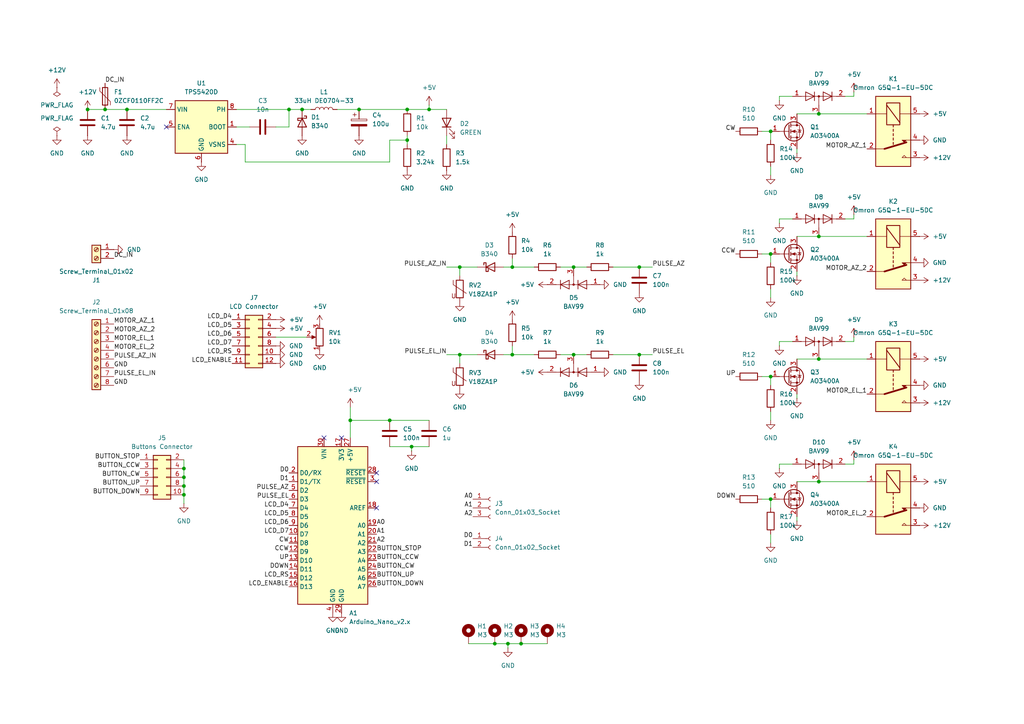
<source format=kicad_sch>
(kicad_sch (version 20231120) (generator "eeschema") (generator_version "8.0")
  (paper "A4")
  (title_block (title "AZ/EL Antenna Rotator") (date "2024-05-25") (rev "1") (company "SP6OM"))
  (junction (at 237.49 139.7))
  (junction (at 237.49 68.58))
  (junction (at 118.11 31.75))
  (junction (at 237.49 104.14))
  (junction (at 30.48 31.75))
  (junction (at 223.52 38.1))
  (junction (at 151.13 186.69))
  (junction (at 223.52 109.22))
  (junction (at 237.49 33.02))
  (junction (at 53.34 143.51))
  (junction (at 83.82 31.75))
  (junction (at 223.52 73.66))
  (junction (at 223.52 144.78))
  (junction (at 148.59 102.87))
  (junction (at 113.03 121.92))
  (junction (at 87.63 31.75))
  (junction (at 185.42 77.47))
  (junction (at 166.37 102.87))
  (junction (at 143.51 186.69))
  (junction (at 118.11 40.64))
  (junction (at 148.59 77.47))
  (junction (at 147.32 186.69))
  (junction (at 36.83 31.75))
  (junction (at 133.35 77.47))
  (junction (at 133.35 102.87))
  (junction (at 124.46 31.75))
  (junction (at 101.6 121.92))
  (junction (at 53.34 140.97))
  (junction (at 166.37 77.47))
  (junction (at 104.14 31.75))
  (junction (at 185.42 102.87))
  (junction (at 53.34 135.89))
  (junction (at 53.34 138.43))
  (junction (at 119.38 129.54))
  (junction (at 25.4 31.75))
  (no_connect (at 93.98 127))
  (no_connect (at 109.22 147.32))
  (no_connect (at 48.26 36.83))
  (no_connect (at 99.06 127))
  (no_connect (at 109.22 139.7))
  (no_connect (at 109.22 137.16))
  (wire (pts (xy 223.52 48.26) (xy 223.52 50.8)))
  (wire (pts (xy 97.79 31.75) (xy 104.14 31.75)))
  (wire (pts (xy 247.65 63.5) (xy 245.11 63.5)))
  (wire (pts (xy 147.32 186.69) (xy 147.32 187.96)))
  (wire (pts (xy 226.06 134.62) (xy 226.06 135.89)))
  (wire (pts (xy 30.48 31.75) (xy 36.83 31.75)))
  (wire (pts (xy 237.49 68.58) (xy 251.46 68.58)))
  (wire (pts (xy 247.65 62.23) (xy 247.65 63.5)))
  (wire (pts (xy 101.6 118.11) (xy 101.6 121.92)))
  (wire (pts (xy 133.35 102.87) (xy 133.35 105.41)))
  (wire (pts (xy 53.34 133.35) (xy 53.34 135.89)))
  (wire (pts (xy 80.01 36.83) (xy 83.82 36.83)))
  (wire (pts (xy 166.37 77.47) (xy 170.18 77.47)))
  (wire (pts (xy 247.65 97.79) (xy 247.65 99.06)))
  (wire (pts (xy 53.34 143.51) (xy 53.34 146.05)))
  (wire (pts (xy 143.51 186.69) (xy 147.32 186.69)))
  (wire (pts (xy 80.01 97.79) (xy 88.9 97.79)))
  (wire (pts (xy 247.65 133.35) (xy 247.65 134.62)))
  (wire (pts (xy 124.46 31.75) (xy 118.11 31.75)))
  (wire (pts (xy 101.6 121.92) (xy 101.6 127)))
  (wire (pts (xy 147.32 186.69) (xy 151.13 186.69)))
  (wire (pts (xy 113.03 46.99) (xy 113.03 40.64)))
  (wire (pts (xy 129.54 39.37) (xy 129.54 41.91)))
  (wire (pts (xy 151.13 186.69) (xy 158.75 186.69)))
  (wire (pts (xy 113.03 129.54) (xy 119.38 129.54)))
  (wire (pts (xy 148.59 102.87) (xy 154.94 102.87)))
  (wire (pts (xy 148.59 77.47) (xy 154.94 77.47)))
  (wire (pts (xy 223.52 144.78) (xy 223.52 147.32)))
  (wire (pts (xy 133.35 102.87) (xy 138.43 102.87)))
  (wire (pts (xy 231.14 33.02) (xy 237.49 33.02)))
  (wire (pts (xy 223.52 73.66) (xy 223.52 76.2)))
  (wire (pts (xy 148.59 77.47) (xy 146.05 77.47)))
  (wire (pts (xy 36.83 31.75) (xy 48.26 31.75)))
  (wire (pts (xy 247.65 99.06) (xy 245.11 99.06)))
  (wire (pts (xy 133.35 77.47) (xy 138.43 77.47)))
  (wire (pts (xy 119.38 129.54) (xy 124.46 129.54)))
  (wire (pts (xy 53.34 138.43) (xy 53.34 140.97)))
  (wire (pts (xy 247.65 26.67) (xy 247.65 27.94)))
  (wire (pts (xy 83.82 36.83) (xy 83.82 31.75)))
  (wire (pts (xy 83.82 31.75) (xy 87.63 31.75)))
  (wire (pts (xy 25.4 31.75) (xy 30.48 31.75)))
  (wire (pts (xy 231.14 104.14) (xy 237.49 104.14)))
  (wire (pts (xy 68.58 31.75) (xy 83.82 31.75)))
  (wire (pts (xy 113.03 46.99) (xy 71.12 46.99)))
  (wire (pts (xy 237.49 33.02) (xy 251.46 33.02)))
  (wire (pts (xy 162.56 102.87) (xy 166.37 102.87)))
  (wire (pts (xy 223.52 38.1) (xy 223.52 40.64)))
  (wire (pts (xy 237.49 139.7) (xy 251.46 139.7)))
  (wire (pts (xy 129.54 102.87) (xy 133.35 102.87)))
  (wire (pts (xy 223.52 119.38) (xy 223.52 121.92)))
  (wire (pts (xy 185.42 77.47) (xy 189.23 77.47)))
  (wire (pts (xy 148.59 100.33) (xy 148.59 102.87)))
  (wire (pts (xy 223.52 154.94) (xy 223.52 157.48)))
  (wire (pts (xy 101.6 121.92) (xy 113.03 121.92)))
  (wire (pts (xy 113.03 121.92) (xy 124.46 121.92)))
  (wire (pts (xy 71.12 41.91) (xy 71.12 46.99)))
  (wire (pts (xy 135.89 186.69) (xy 143.51 186.69)))
  (wire (pts (xy 247.65 27.94) (xy 245.11 27.94)))
  (wire (pts (xy 220.98 73.66) (xy 223.52 73.66)))
  (wire (pts (xy 119.38 129.54) (xy 119.38 130.81)))
  (wire (pts (xy 231.14 139.7) (xy 237.49 139.7)))
  (wire (pts (xy 124.46 31.75) (xy 129.54 31.75)))
  (wire (pts (xy 220.98 109.22) (xy 223.52 109.22)))
  (wire (pts (xy 133.35 77.47) (xy 133.35 80.01)))
  (wire (pts (xy 220.98 38.1) (xy 223.52 38.1)))
  (wire (pts (xy 229.87 27.94) (xy 226.06 27.94)))
  (wire (pts (xy 237.49 104.14) (xy 251.46 104.14)))
  (wire (pts (xy 68.58 36.83) (xy 72.39 36.83)))
  (wire (pts (xy 231.14 68.58) (xy 237.49 68.58)))
  (wire (pts (xy 231.14 149.86) (xy 231.14 151.13)))
  (wire (pts (xy 68.58 41.91) (xy 71.12 41.91)))
  (wire (pts (xy 185.42 102.87) (xy 189.23 102.87)))
  (wire (pts (xy 118.11 39.37) (xy 118.11 40.64)))
  (wire (pts (xy 231.14 114.3) (xy 231.14 115.57)))
  (wire (pts (xy 177.8 77.47) (xy 185.42 77.47)))
  (wire (pts (xy 162.56 77.47) (xy 166.37 77.47)))
  (wire (pts (xy 148.59 74.93) (xy 148.59 77.47)))
  (wire (pts (xy 177.8 102.87) (xy 185.42 102.87)))
  (wire (pts (xy 53.34 135.89) (xy 53.34 138.43)))
  (wire (pts (xy 124.46 30.48) (xy 124.46 31.75)))
  (wire (pts (xy 223.52 109.22) (xy 223.52 111.76)))
  (wire (pts (xy 53.34 140.97) (xy 53.34 143.51)))
  (wire (pts (xy 129.54 77.47) (xy 133.35 77.47)))
  (wire (pts (xy 148.59 102.87) (xy 146.05 102.87)))
  (wire (pts (xy 87.63 31.75) (xy 90.17 31.75)))
  (wire (pts (xy 223.52 83.82) (xy 223.52 86.36)))
  (wire (pts (xy 226.06 63.5) (xy 226.06 64.77)))
  (wire (pts (xy 226.06 27.94) (xy 226.06 29.21)))
  (wire (pts (xy 113.03 40.64) (xy 118.11 40.64)))
  (wire (pts (xy 229.87 99.06) (xy 226.06 99.06)))
  (wire (pts (xy 226.06 99.06) (xy 226.06 100.33)))
  (wire (pts (xy 231.14 43.18) (xy 231.14 44.45)))
  (wire (pts (xy 231.14 78.74) (xy 231.14 80.01)))
  (wire (pts (xy 229.87 63.5) (xy 226.06 63.5)))
  (wire (pts (xy 247.65 134.62) (xy 245.11 134.62)))
  (wire (pts (xy 220.98 144.78) (xy 223.52 144.78)))
  (wire (pts (xy 229.87 134.62) (xy 226.06 134.62)))
  (wire (pts (xy 118.11 40.64) (xy 118.11 41.91)))
  (wire (pts (xy 166.37 102.87) (xy 170.18 102.87)))
  (wire (pts (xy 104.14 31.75) (xy 118.11 31.75)))
  (label "LCD_D4" (at 83.82 147.32 180))
  (label "PULSE_EL" (at 189.23 102.87 0))
  (label "PULSE_AZ" (at 83.82 142.24 180))
  (label "UP" (at 213.36 109.22 180))
  (label "MOTOR_EL_1" (at 251.46 114.3 180))
  (label "LCD_D7" (at 83.82 154.94 180))
  (label "MOTOR_EL_2" (at 33.02 101.6 0))
  (label "LCD_RS" (at 83.82 167.64 180))
  (label "CW" (at 213.36 38.1 180))
  (label "PULSE_EL_IN" (at 129.54 102.87 180))
  (label "A1" (at 109.22 154.94 0))
  (label "DOWN" (at 83.82 165.1 180))
  (label "D0" (at 83.82 137.16 180))
  (label "GND" (at 33.02 106.68 0))
  (label "CCW" (at 213.36 73.66 180))
  (label "D1" (at 83.82 139.7 180))
  (label "BUTTON_CCW" (at 109.22 162.56 0))
  (label "BUTTON_CCW" (at 40.64 135.89 180))
  (label "PULSE_EL_IN" (at 33.02 109.22 0))
  (label "A0" (at 137.16 144.78 180))
  (label "BUTTON_UP" (at 109.22 167.64 0))
  (label "LCD_ENABLE" (at 83.82 170.18 180))
  (label "MOTOR_AZ_1" (at 33.02 93.98 0))
  (label "PULSE_AZ" (at 189.23 77.47 0))
  (label "MOTOR_EL_2" (at 251.46 149.86 180))
  (label "LCD_D6" (at 67.31 97.79 180))
  (label "CCW" (at 83.82 160.02 180))
  (label "MOTOR_AZ_2" (at 251.46 78.74 180))
  (label "LCD_D7" (at 67.31 100.33 180))
  (label "BUTTON_CW" (at 109.22 165.1 0))
  (label "LCD_D4" (at 67.31 92.71 180))
  (label "LCD_D6" (at 83.82 152.4 180))
  (label "D0" (at 137.16 156.21 180))
  (label "MOTOR_AZ_1" (at 251.46 43.18 180))
  (label "CW" (at 83.82 157.48 180))
  (label "A0" (at 109.22 152.4 0))
  (label "DC_IN" (at 33.02 74.93 0))
  (label "D1" (at 137.16 158.75 180))
  (label "LCD_RS" (at 67.31 102.87 180))
  (label "LCD_ENABLE" (at 67.31 105.41 180))
  (label "A2" (at 109.22 157.48 0))
  (label "LCD_D5" (at 67.31 95.25 180))
  (label "BUTTON_CW" (at 40.64 138.43 180))
  (label "BUTTON_STOP" (at 109.22 160.02 0))
  (label "DC_IN" (at 30.48 24.13 0))
  (label "GND" (at 33.02 111.76 0))
  (label "BUTTON_STOP" (at 40.64 133.35 180))
  (label "LCD_D5" (at 83.82 149.86 180))
  (label "MOTOR_EL_1" (at 33.02 99.06 0))
  (label "UP" (at 83.82 162.56 180))
  (label "MOTOR_AZ_2" (at 33.02 96.52 0))
  (label "PULSE_AZ_IN" (at 129.54 77.47 180))
  (label "PULSE_AZ_IN" (at 33.02 104.14 0))
  (label "A1" (at 137.16 147.32 180))
  (label "BUTTON_UP" (at 40.64 140.97 180))
  (label "A2" (at 137.16 149.86 180))
  (label "DOWN" (at 213.36 144.78 180))
  (label "PULSE_EL" (at 83.82 144.78 180))
  (label "BUTTON_DOWN" (at 40.64 143.51 180))
  (label "BUTTON_DOWN" (at 109.22 170.18 0))
  (symbol (lib_id "power:GND") (at 231.14 115.57 0) (unit 1)
    (property "Reference" "#PWR051" (effects (hide yes)))
    (property "Value" "GND" (at 231.14 120.65 0))
    (property "Description" "Power symbol creates a global label with name \"GND\" , ground" (effects (hide yes)))
  )
  (symbol (lib_id "Device:C") (at 185.42 106.68 0) (unit 1)
    (property "Reference" "C8" (at 189.23 105.4099 0) (effects (justify left)))
    (property "Value" "100n" (at 189.23 107.9499 0) (effects (justify left)))
    (property "Footprint" "Capacitor_SMD:C_0805_2012Metric_Pad1.18x1.45mm_HandSolder" (effects (hide yes)))
    (property "Description" "Unpolarized capacitor" (effects (hide yes)))
  )
  (symbol (lib_id "power:GND") (at 25.4 39.37 0) (unit 1)
    (property "Reference" "#PWR04" (effects (hide yes)))
    (property "Value" "GND" (at 25.4 44.45 0))
    (property "Description" "Power symbol creates a global label with name \"GND\" , ground" (effects (hide yes)))
  )
  (symbol (lib_id "power:GND") (at 226.06 29.21 0) (unit 1)
    (property "Reference" "#PWR045" (effects (hide yes)))
    (property "Value" "GND" (at 226.06 34.29 0))
    (property "Description" "Power symbol creates a global label with name \"GND\" , ground" (effects (hide yes)))
  )
  (symbol (lib_id "Device:C") (at 185.42 81.28 0) (unit 1)
    (property "Reference" "C7" (at 189.23 80.0099 0) (effects (justify left)))
    (property "Value" "100n" (at 189.23 82.5499 0) (effects (justify left)))
    (property "Footprint" "Capacitor_SMD:C_0805_2012Metric_Pad1.18x1.45mm_HandSolder" (effects (hide yes)))
    (property "Description" "Unpolarized capacitor" (effects (hide yes)))
  )
  (symbol (lib_id "Diode:BAV99") (at 237.49 63.5 0) (unit 1)
    (property "Reference" "D8" (at 237.49 57.15 0))
    (property "Value" "BAV99" (at 237.49 59.69 0))
    (property "Footprint" "Package_TO_SOT_SMD:SOT-23" (effects (hide yes)))
    (property "Datasheet" "https://assets.nexperia.com/documents/data-sheet/BAV99_SER.pdf" (effects (hide yes)))
    (property "Description" "BAV99 High-speed switching diodes, SOT-23" (effects (hide yes)))
  )
  (symbol (lib_id "Mechanical:MountingHole_Pad") (at 135.89 184.15 0) (unit 1)
    (property "Reference" "H1" (at 138.43 181.6099 0) (effects (justify left)))
    (property "Value" "M3" (at 138.43 184.1499 0) (effects (justify left)))
    (property "Footprint" "MountingHole:MountingHole_3.2mm_M3_Pad" (effects (hide yes)))
    (property "Description" "Mounting Hole with connection" (effects (hide yes)))
  )
  (symbol (lib_id "power:+5V") (at 266.7 33.02 270) (unit 1)
    (property "Reference" "#PWR057" (effects (hide yes)))
    (property "Value" "+5V" (at 270.51 33.0199 90) (effects (justify left)))
    (property "Description" "Power symbol creates a global label with name \"+5V\"" (effects (hide yes)))
  )
  (symbol (lib_id "power:GND") (at 80.01 102.87 90) (unit 1)
    (property "Reference" "#PWR014" (effects (hide yes)))
    (property "Value" "GND" (at 83.82 102.8699 90) (effects (justify right)))
    (property "Description" "Power symbol creates a global label with name \"GND\" , ground" (effects (hide yes)))
  )
  (symbol (lib_id "power:+5V") (at 148.59 67.31 0) (unit 1)
    (property "Reference" "#PWR033" (effects (hide yes)))
    (property "Value" "+5V" (at 148.59 62.23 0))
    (property "Description" "Power symbol creates a global label with name \"+5V\"" (effects (hide yes)))
  )
  (symbol (lib_id "power:GND") (at 226.06 64.77 0) (unit 1)
    (property "Reference" "#PWR046" (effects (hide yes)))
    (property "Value" "GND" (at 226.06 69.85 0))
    (property "Description" "Power symbol creates a global label with name \"GND\" , ground" (effects (hide yes)))
  )
  (symbol (lib_id "Diode:BAV99") (at 237.49 27.94 0) (unit 1)
    (property "Reference" "D7" (at 237.49 21.59 0))
    (property "Value" "BAV99" (at 237.49 24.13 0))
    (property "Footprint" "Package_TO_SOT_SMD:SOT-23" (effects (hide yes)))
    (property "Datasheet" "https://assets.nexperia.com/documents/data-sheet/BAV99_SER.pdf" (effects (hide yes)))
    (property "Description" "BAV99 High-speed switching diodes, SOT-23" (effects (hide yes)))
  )
  (symbol (lib_id "Diode:BAV99") (at 166.37 82.55 180) (unit 1)
    (property "Reference" "D5" (at 166.37 86.36 0))
    (property "Value" "BAV99" (at 166.37 88.9 0))
    (property "Footprint" "Package_TO_SOT_SMD:SOT-23" (effects (hide yes)))
    (property "Datasheet" "https://assets.nexperia.com/documents/data-sheet/BAV99_SER.pdf" (effects (hide yes)))
    (property "Description" "BAV99 High-speed switching diodes, SOT-23" (effects (hide yes)))
  )
  (symbol (lib_id "power:GND") (at 53.34 146.05 0) (unit 1)
    (property "Reference" "#PWR09" (effects (hide yes)))
    (property "Value" "GND" (at 53.34 151.13 0))
    (property "Description" "Power symbol creates a global label with name \"GND\" , ground" (effects (hide yes)))
  )
  (symbol (lib_id "Relay:G5Q-1") (at 259.08 144.78 270) (unit 1)
    (property "Reference" "K4" (at 259.08 129.54 90))
    (property "Value" "Omron G5Q-1-EU-5DC" (at 259.08 132.08 90))
    (property "Footprint" "Relay_THT:Relay_SPDT_Omron-G5Q-1" (effects (hide yes)))
    (property "Datasheet" "https://www.omron.com/ecb/products/pdf/en-g5q.pdf" (effects (hide yes)))
    (property "Description" "Omron G5G relay, Miniature Single Pole, SPDT, 10A" (effects (hide yes)))
  )
  (symbol (lib_id "power:GND") (at 119.38 130.81 0) (unit 1)
    (property "Reference" "#PWR027" (effects (hide yes)))
    (property "Value" "GND" (at 119.38 135.89 0))
    (property "Description" "Power symbol creates a global label with name \"GND\" , ground" (effects (hide yes)))
  )
  (symbol (lib_id "Device:R") (at 223.52 80.01 0) (unit 1)
    (property "Reference" "R15" (at 226.06 78.7399 0) (effects (justify left)))
    (property "Value" "100k" (at 226.06 81.2799 0) (effects (justify left)))
    (property "Footprint" "Resistor_SMD:R_0805_2012Metric_Pad1.20x1.40mm_HandSolder" (effects (hide yes)))
    (property "Description" "Resistor" (effects (hide yes)))
  )
  (symbol (lib_id "power:GND") (at 231.14 80.01 0) (unit 1)
    (property "Reference" "#PWR050" (effects (hide yes)))
    (property "Value" "GND" (at 231.14 85.09 0))
    (property "Description" "Power symbol creates a global label with name \"GND\" , ground" (effects (hide yes)))
  )
  (symbol (lib_id "Device:Polyfuse") (at 30.48 27.94 0) (unit 1)
    (property "Reference" "F1" (at 33.02 26.6699 0) (effects (justify left)))
    (property "Value" "0ZCF0110FF2C" (at 33.02 29.2099 0) (effects (justify left)))
    (property "Footprint" "Fuse:Fuse_2920_7451Metric_Pad2.10x5.45mm_HandSolder" (effects (hide yes)))
    (property "Description" "Resettable fuse, polymeric positive temperature coefficient" (effects (hide yes)))
  )
  (symbol (lib_id "Connector:Conn_01x03_Socket") (at 142.24 147.32 0) (unit 1)
    (property "Reference" "J3" (at 143.51 146.0499 0) (effects (justify left)))
    (property "Value" "Conn_01x03_Socket" (at 143.51 148.5899 0) (effects (justify left)))
    (property "Footprint" "Connector_PinSocket_2.54mm:PinSocket_1x03_P2.54mm_Vertical" (effects (hide yes)))
    (property "Description" "Generic connector, single row, 01x03, script generated" (effects (hide yes)))
  )
  (symbol (lib_id "Diode:BAV99") (at 166.37 107.95 180) (unit 1)
    (property "Reference" "D6" (at 166.37 111.76 0))
    (property "Value" "BAV99" (at 166.37 114.3 0))
    (property "Footprint" "Package_TO_SOT_SMD:SOT-23" (effects (hide yes)))
    (property "Datasheet" "https://assets.nexperia.com/documents/data-sheet/BAV99_SER.pdf" (effects (hide yes)))
    (property "Description" "BAV99 High-speed switching diodes, SOT-23" (effects (hide yes)))
  )
  (symbol (lib_id "power:+5V") (at 247.65 26.67 0) (unit 1)
    (property "Reference" "#PWR053" (effects (hide yes)))
    (property "Value" "+5V" (at 247.65 21.59 0))
    (property "Description" "Power symbol creates a global label with name \"+5V\"" (effects (hide yes)))
  )
  (symbol (lib_id "Diode:BAV99") (at 237.49 99.06 0) (unit 1)
    (property "Reference" "D9" (at 237.49 92.71 0))
    (property "Value" "BAV99" (at 237.49 95.25 0))
    (property "Footprint" "Package_TO_SOT_SMD:SOT-23" (effects (hide yes)))
    (property "Datasheet" "https://assets.nexperia.com/documents/data-sheet/BAV99_SER.pdf" (effects (hide yes)))
    (property "Description" "BAV99 High-speed switching diodes, SOT-23" (effects (hide yes)))
  )
  (symbol (lib_id "power:+5V") (at 124.46 30.48 0) (unit 1)
    (property "Reference" "#PWR028" (effects (hide yes)))
    (property "Value" "+5V" (at 124.46 25.4 0))
    (property "Description" "Power symbol creates a global label with name \"+5V\"" (effects (hide yes)))
  )
  (symbol (lib_id "Device:R") (at 217.17 144.78 90) (unit 1)
    (property "Reference" "R13" (at 217.17 138.43 90))
    (property "Value" "510" (at 217.17 140.97 90))
    (property "Footprint" "Resistor_SMD:R_0805_2012Metric_Pad1.20x1.40mm_HandSolder" (effects (hide yes)))
    (property "Description" "Resistor" (effects (hide yes)))
  )
  (symbol (lib_id "power:GND") (at 118.11 49.53 0) (unit 1)
    (property "Reference" "#PWR026" (effects (hide yes)))
    (property "Value" "GND" (at 118.11 54.61 0))
    (property "Description" "Power symbol creates a global label with name \"GND\" , ground" (effects (hide yes)))
  )
  (symbol (lib_id "Device:C") (at 36.83 35.56 0) (unit 1)
    (property "Reference" "C2" (at 40.64 34.2899 0) (effects (justify left)))
    (property "Value" "4.7u" (at 40.64 36.8299 0) (effects (justify left)))
    (property "Footprint" "Capacitor_SMD:C_0805_2012Metric_Pad1.18x1.45mm_HandSolder" (effects (hide yes)))
    (property "Description" "Unpolarized capacitor" (effects (hide yes)))
  )
  (symbol (lib_id "Device:R") (at 217.17 38.1 90) (unit 1)
    (property "Reference" "R10" (at 217.17 31.75 90))
    (property "Value" "510" (at 217.17 34.29 90))
    (property "Footprint" "Resistor_SMD:R_0805_2012Metric_Pad1.20x1.40mm_HandSolder" (effects (hide yes)))
    (property "Description" "Resistor" (effects (hide yes)))
  )
  (symbol (lib_id "power:GND") (at 58.42 46.99 0) (unit 1)
    (property "Reference" "#PWR013" (effects (hide yes)))
    (property "Value" "GND" (at 58.42 52.07 0))
    (property "Description" "Power symbol creates a global label with name \"GND\" , ground" (effects (hide yes)))
  )
  (symbol (lib_id "Diode:B340") (at 87.63 35.56 270) (unit 1)
    (property "Reference" "D1" (at 90.17 33.9724 90) (effects (justify left)))
    (property "Value" "B340" (at 90.17 36.5124 90) (effects (justify left)))
    (property "Footprint" "Diode_SMD:D_SMA-SMB_Universal_Handsoldering" (effects (hide yes)))
    (property "Datasheet" "http://www.jameco.com/Jameco/Products/ProdDS/1538777.pdf" (effects (hide yes)))
    (property "Description" "40V 3A Schottky Barrier Rectifier Diode, SMC" (effects (hide yes)))
  )
  (symbol (lib_id "Device:R_Potentiometer") (at 92.71 97.79 180) (unit 1)
    (property "Reference" "RV1" (at 95.25 96.5199 0) (effects (justify right)))
    (property "Value" "10k" (at 95.25 99.0599 0) (effects (justify right)))
    (property "Footprint" "Potentiometer_THT:Potentiometer_Piher_PT-10-V05_Vertical" (effects (hide yes)))
    (property "Description" "Potentiometer" (effects (hide yes)))
  )
  (symbol (lib_id "power:PWR_FLAG") (at 16.51 25.4 180) (unit 1)
    (property "Reference" "#FLG01" (effects (hide yes)))
    (property "Value" "PWR_FLAG" (at 16.51 30.48 0))
    (property "Description" "Special symbol for telling ERC where power comes from" (effects (hide yes)))
  )
  (symbol (lib_id "Device:C") (at 25.4 35.56 0) (unit 1)
    (property "Reference" "C1" (at 29.21 34.2899 0) (effects (justify left)))
    (property "Value" "4.7u" (at 29.21 36.8299 0) (effects (justify left)))
    (property "Footprint" "Capacitor_SMD:C_0805_2012Metric_Pad1.18x1.45mm_HandSolder" (effects (hide yes)))
    (property "Description" "Unpolarized capacitor" (effects (hide yes)))
  )
  (symbol (lib_id "Mechanical:MountingHole_Pad") (at 151.13 184.15 0) (unit 1)
    (property "Reference" "H3" (at 153.67 181.6099 0) (effects (justify left)))
    (property "Value" "M3" (at 153.67 184.1499 0) (effects (justify left)))
    (property "Footprint" "MountingHole:MountingHole_3.2mm_M3_Pad" (effects (hide yes)))
    (property "Description" "Mounting Hole with connection" (effects (hide yes)))
  )
  (symbol (lib_id "power:+5V") (at 80.01 92.71 270) (unit 1)
    (property "Reference" "#PWR015" (effects (hide yes)))
    (property "Value" "+5V" (at 83.82 92.7099 90) (effects (justify left)))
    (property "Description" "Power symbol creates a global label with name \"+5V\"" (effects (hide yes)))
  )
  (symbol (lib_id "power:+5V") (at 247.65 133.35 0) (unit 1)
    (property "Reference" "#PWR056" (effects (hide yes)))
    (property "Value" "+5V" (at 247.65 128.27 0))
    (property "Description" "Power symbol creates a global label with name \"+5V\"" (effects (hide yes)))
  )
  (symbol (lib_id "power:+5V") (at 266.7 139.7 270) (unit 1)
    (property "Reference" "#PWR066" (effects (hide yes)))
    (property "Value" "+5V" (at 270.51 139.6999 90) (effects (justify left)))
    (property "Description" "Power symbol creates a global label with name \"+5V\"" (effects (hide yes)))
  )
  (symbol (lib_id "power:GND") (at 80.01 100.33 90) (unit 1)
    (property "Reference" "#PWR019" (effects (hide yes)))
    (property "Value" "GND" (at 83.82 100.3299 90) (effects (justify right)))
    (property "Description" "Power symbol creates a global label with name \"GND\" , ground" (effects (hide yes)))
  )
  (symbol (lib_id "Device:C") (at 124.46 125.73 0) (unit 1)
    (property "Reference" "C6" (at 128.27 124.4599 0) (effects (justify left)))
    (property "Value" "1u" (at 128.27 126.9999 0) (effects (justify left)))
    (property "Footprint" "Capacitor_SMD:C_0805_2012Metric_Pad1.18x1.45mm_HandSolder" (effects (hide yes)))
    (property "Description" "Unpolarized capacitor" (effects (hide yes)))
  )
  (symbol (lib_id "power:+5V") (at 148.59 92.71 0) (unit 1)
    (property "Reference" "#PWR034" (effects (hide yes)))
    (property "Value" "+5V" (at 148.59 87.63 0))
    (property "Description" "Power symbol creates a global label with name \"+5V\"" (effects (hide yes)))
  )
  (symbol (lib_id "Connector_Generic:Conn_02x05_Odd_Even") (at 45.72 138.43 0) (unit 1)
    (property "Reference" "J5" (at 46.99 127 0))
    (property "Value" "Buttons Connector" (at 46.99 129.54 0))
    (property "Footprint" "Connector_PinSocket_2.54mm:PinSocket_2x05_P2.54mm_Vertical" (effects (hide yes)))
    (property "Description" "Generic connector, double row, 02x05, odd/even pin numbering scheme (row 1 odd numbers, row 2 even numbers), script generated (kicad-library-utils/schlib/autogen/connector/)" (effects (hide yes)))
  )
  (symbol (lib_id "power:GND") (at 133.35 87.63 0) (unit 1)
    (property "Reference" "#PWR030" (effects (hide yes)))
    (property "Value" "GND" (at 133.35 92.71 0))
    (property "Description" "Power symbol creates a global label with name \"GND\" , ground" (effects (hide yes)))
  )
  (symbol (lib_id "power:GND") (at 129.54 49.53 0) (unit 1)
    (property "Reference" "#PWR029" (effects (hide yes)))
    (property "Value" "GND" (at 129.54 54.61 0))
    (property "Description" "Power symbol creates a global label with name \"GND\" , ground" (effects (hide yes)))
  )
  (symbol (lib_id "Device:R") (at 223.52 44.45 0) (unit 1)
    (property "Reference" "R14" (at 226.06 43.1799 0) (effects (justify left)))
    (property "Value" "100k" (at 226.06 45.7199 0) (effects (justify left)))
    (property "Footprint" "Resistor_SMD:R_0805_2012Metric_Pad1.20x1.40mm_HandSolder" (effects (hide yes)))
    (property "Description" "Resistor" (effects (hide yes)))
  )
  (symbol (lib_id "power:GND") (at 133.35 113.03 0) (unit 1)
    (property "Reference" "#PWR031" (effects (hide yes)))
    (property "Value" "GND" (at 133.35 118.11 0))
    (property "Description" "Power symbol creates a global label with name \"GND\" , ground" (effects (hide yes)))
  )
  (symbol (lib_id "power:+12V") (at 266.7 45.72 270) (unit 1)
    (property "Reference" "#PWR059" (effects (hide yes)))
    (property "Value" "+12V" (at 270.51 45.7199 90) (effects (justify left)))
    (property "Description" "Power symbol creates a global label with name \"+12V\"" (effects (hide yes)))
  )
  (symbol (lib_id "power:GND") (at 92.71 101.6 0) (unit 1)
    (property "Reference" "#PWR025" (effects (hide yes)))
    (property "Value" "GND" (at 92.71 106.68 0))
    (property "Description" "Power symbol creates a global label with name \"GND\" , ground" (effects (hide yes)))
  )
  (symbol (lib_id "power:GND") (at 266.7 147.32 90) (unit 1)
    (property "Reference" "#PWR067" (effects (hide yes)))
    (property "Value" "GND" (at 270.51 147.3199 90) (effects (justify right)))
    (property "Description" "Power symbol creates a global label with name \"GND\" , ground" (effects (hide yes)))
  )
  (symbol (lib_id "power:GND") (at 223.52 121.92 0) (unit 1)
    (property "Reference" "#PWR043" (effects (hide yes)))
    (property "Value" "GND" (at 223.52 127 0))
    (property "Description" "Power symbol creates a global label with name \"GND\" , ground" (effects (hide yes)))
  )
  (symbol (lib_id "Connector:Conn_01x02_Socket") (at 142.24 156.21 0) (unit 1)
    (property "Reference" "J4" (at 143.51 156.2099 0) (effects (justify left)))
    (property "Value" "Conn_01x02_Socket" (at 143.51 158.7499 0) (effects (justify left)))
    (property "Footprint" "Connector_PinSocket_2.54mm:PinSocket_1x02_P2.54mm_Vertical" (effects (hide yes)))
    (property "Description" "Generic connector, single row, 01x02, script generated" (effects (hide yes)))
  )
  (symbol (lib_id "power:GND") (at 33.02 72.39 90) (unit 1)
    (property "Reference" "#PWR011" (effects (hide yes)))
    (property "Value" "GND" (at 36.83 72.3899 90) (effects (justify right)))
    (property "Description" "Power symbol creates a global label with name \"GND\" , ground" (effects (hide yes)))
  )
  (symbol (lib_id "Device:R") (at 173.99 102.87 90) (unit 1)
    (property "Reference" "R9" (at 173.99 96.52 90))
    (property "Value" "1k" (at 173.99 99.06 90))
    (property "Footprint" "Resistor_SMD:R_0805_2012Metric_Pad1.20x1.40mm_HandSolder" (effects (hide yes)))
    (property "Description" "Resistor" (effects (hide yes)))
  )
  (symbol (lib_id "Device:LED") (at 129.54 35.56 90) (unit 1)
    (property "Reference" "D2" (at 133.35 35.8774 90) (effects (justify right)))
    (property "Value" "GREEN" (at 133.35 38.4174 90) (effects (justify right)))
    (property "Footprint" "LED_SMD:LED_0805_2012Metric_Pad1.15x1.40mm_HandSolder" (effects (hide yes)))
    (property "Description" "Light emitting diode" (effects (hide yes)))
  )
  (symbol (lib_id "Device:R") (at 173.99 77.47 90) (unit 1)
    (property "Reference" "R8" (at 173.99 71.12 90))
    (property "Value" "1k" (at 173.99 73.66 90))
    (property "Footprint" "Resistor_SMD:R_0805_2012Metric_Pad1.20x1.40mm_HandSolder" (effects (hide yes)))
    (property "Description" "Resistor" (effects (hide yes)))
  )
  (symbol (lib_id "Device:Varistor") (at 133.35 109.22 0) (unit 1)
    (property "Reference" "RV3" (at 135.89 108.1432 0) (effects (justify left)))
    (property "Value" "V18ZA1P" (at 135.89 110.6832 0) (effects (justify left)))
    (property "Footprint" "Varistor:RV_Disc_D7mm_W3.4mm_P5mm" (effects (hide yes)))
    (property "Description" "Voltage dependent resistor" (effects (hide yes)))
    (property "Sim.Name" "kicad_builtin_varistor" (effects (hide yes)))
    (property "Sim.Device" "SUBCKT" (effects (hide yes)))
    (property "Sim.Pins" "1=A 2=B" (effects (hide yes)))
    (property "Sim.Params" "threshold=1k" (effects (hide yes)))
    (property "Sim.Library" "${KICAD7_SYMBOL_DIR}/Simulation_SPICE.sp" (effects (hide yes)))
  )
  (symbol (lib_id "power:+12V") (at 266.7 116.84 270) (unit 1)
    (property "Reference" "#PWR065" (effects (hide yes)))
    (property "Value" "+12V" (at 270.51 116.8399 90) (effects (justify left)))
    (property "Description" "Power symbol creates a global label with name \"+12V\"" (effects (hide yes)))
  )
  (symbol (lib_id "Device:R") (at 158.75 102.87 270) (unit 1)
    (property "Reference" "R7" (at 158.75 96.52 90))
    (property "Value" "1k" (at 158.75 99.06 90))
    (property "Footprint" "Resistor_SMD:R_0805_2012Metric_Pad1.20x1.40mm_HandSolder" (effects (hide yes)))
    (property "Description" "Resistor" (effects (hide yes)))
  )
  (symbol (lib_id "power:GND") (at 96.52 177.8 0) (unit 1)
    (property "Reference" "#PWR020" (effects (hide yes)))
    (property "Value" "GND" (at 96.52 182.88 0))
    (property "Description" "Power symbol creates a global label with name \"GND\" , ground" (effects (hide yes)))
  )
  (symbol (lib_id "Device:R") (at 223.52 115.57 0) (unit 1)
    (property "Reference" "R16" (at 226.06 114.2999 0) (effects (justify left)))
    (property "Value" "100k" (at 226.06 116.8399 0) (effects (justify left)))
    (property "Footprint" "Resistor_SMD:R_0805_2012Metric_Pad1.20x1.40mm_HandSolder" (effects (hide yes)))
    (property "Description" "Resistor" (effects (hide yes)))
  )
  (symbol (lib_id "Device:R") (at 129.54 45.72 0) (unit 1)
    (property "Reference" "R3" (at 132.08 44.4499 0) (effects (justify left)))
    (property "Value" "1.5k" (at 132.08 46.9899 0) (effects (justify left)))
    (property "Footprint" "Resistor_SMD:R_0805_2012Metric_Pad1.20x1.40mm_HandSolder" (effects (hide yes)))
    (property "Description" "Resistor" (effects (hide yes)))
  )
  (symbol (lib_id "Device:R") (at 217.17 109.22 90) (unit 1)
    (property "Reference" "R12" (at 217.17 102.87 90))
    (property "Value" "510" (at 217.17 105.41 90))
    (property "Footprint" "Resistor_SMD:R_0805_2012Metric_Pad1.20x1.40mm_HandSolder" (effects (hide yes)))
    (property "Description" "Resistor" (effects (hide yes)))
  )
  (symbol (lib_id "power:GND") (at 16.51 39.37 0) (unit 1)
    (property "Reference" "#PWR02" (effects (hide yes)))
    (property "Value" "GND" (at 16.51 44.45 0))
    (property "Description" "Power symbol creates a global label with name \"GND\" , ground" (effects (hide yes)))
  )
  (symbol (lib_id "power:GND") (at 231.14 151.13 0) (unit 1)
    (property "Reference" "#PWR052" (effects (hide yes)))
    (property "Value" "GND" (at 231.14 156.21 0))
    (property "Description" "Power symbol creates a global label with name \"GND\" , ground" (effects (hide yes)))
  )
  (symbol (lib_id "Device:R") (at 118.11 35.56 0) (unit 1)
    (property "Reference" "R1" (at 120.65 34.2899 0) (effects (justify left)))
    (property "Value" "10k" (at 120.65 36.8299 0) (effects (justify left)))
    (property "Footprint" "Resistor_SMD:R_0805_2012Metric_Pad1.20x1.40mm_HandSolder" (effects (hide yes)))
    (property "Description" "Resistor" (effects (hide yes)))
  )
  (symbol (lib_id "Relay:G5Q-1") (at 259.08 38.1 270) (unit 1)
    (property "Reference" "K1" (at 259.08 22.86 90))
    (property "Value" "Omron G5Q-1-EU-5DC" (at 259.08 25.4 90))
    (property "Footprint" "Relay_THT:Relay_SPDT_Omron-G5Q-1" (effects (hide yes)))
    (property "Datasheet" "https://www.omron.com/ecb/products/pdf/en-g5q.pdf" (effects (hide yes)))
    (property "Description" "Omron G5G relay, Miniature Single Pole, SPDT, 10A" (effects (hide yes)))
  )
  (symbol (lib_id "Transistor_FET:AO3400A") (at 228.6 73.66 0) (unit 1)
    (property "Reference" "Q2" (at 234.95 72.3899 0) (effects (justify left)))
    (property "Value" "AO3400A" (at 234.95 74.9299 0) (effects (justify left)))
    (property "Footprint" "Package_TO_SOT_SMD:SOT-23" (effects (hide yes)))
    (property "Datasheet" "http://www.aosmd.com/pdfs/datasheet/AO3400A.pdf" (effects (hide yes)))
    (property "Description" "30V Vds, 5.7A Id, N-Channel MOSFET, SOT-23" (effects (hide yes)))
  )
  (symbol (lib_id "power:+5V") (at 80.01 95.25 270) (unit 1)
    (property "Reference" "#PWR018" (effects (hide yes)))
    (property "Value" "+5V" (at 83.82 95.2499 90) (effects (justify left)))
    (property "Description" "Power symbol creates a global label with name \"+5V\"" (effects (hide yes)))
  )
  (symbol (lib_id "Transistor_FET:AO3400A") (at 228.6 109.22 0) (unit 1)
    (property "Reference" "Q3" (at 234.95 107.9499 0) (effects (justify left)))
    (property "Value" "AO3400A" (at 234.95 110.4899 0) (effects (justify left)))
    (property "Footprint" "Package_TO_SOT_SMD:SOT-23" (effects (hide yes)))
    (property "Datasheet" "http://www.aosmd.com/pdfs/datasheet/AO3400A.pdf" (effects (hide yes)))
    (property "Description" "30V Vds, 5.7A Id, N-Channel MOSFET, SOT-23" (effects (hide yes)))
  )
  (symbol (lib_id "Device:C") (at 76.2 36.83 90) (unit 1)
    (property "Reference" "C3" (at 76.2 29.21 90))
    (property "Value" "10n" (at 76.2 31.75 90))
    (property "Footprint" "Capacitor_SMD:C_0805_2012Metric_Pad1.18x1.45mm_HandSolder" (effects (hide yes)))
    (property "Description" "Unpolarized capacitor" (effects (hide yes)))
  )
  (symbol (lib_id "Device:D_Schottky") (at 142.24 77.47 0) (unit 1)
    (property "Reference" "D3" (at 141.9225 71.12 0))
    (property "Value" "B340" (at 141.9225 73.66 0))
    (property "Footprint" "Diode_SMD:D_SMA-SMB_Universal_Handsoldering" (effects (hide yes)))
    (property "Description" "Schottky diode" (effects (hide yes)))
  )
  (symbol (lib_id "power:+5V") (at 247.65 62.23 0) (unit 1)
    (property "Reference" "#PWR054" (effects (hide yes)))
    (property "Value" "+5V" (at 247.65 57.15 0))
    (property "Description" "Power symbol creates a global label with name \"+5V\"" (effects (hide yes)))
  )
  (symbol (lib_id "Device:Varistor") (at 133.35 83.82 0) (unit 1)
    (property "Reference" "RV2" (at 135.89 82.7432 0) (effects (justify left)))
    (property "Value" "V18ZA1P" (at 135.89 85.2832 0) (effects (justify left)))
    (property "Footprint" "Varistor:RV_Disc_D7mm_W3.4mm_P5mm" (effects (hide yes)))
    (property "Description" "Voltage dependent resistor" (effects (hide yes)))
    (property "Sim.Name" "kicad_builtin_varistor" (effects (hide yes)))
    (property "Sim.Device" "SUBCKT" (effects (hide yes)))
    (property "Sim.Pins" "1=A 2=B" (effects (hide yes)))
    (property "Sim.Params" "threshold=1k" (effects (hide yes)))
    (property "Sim.Library" "${KICAD7_SYMBOL_DIR}/Simulation_SPICE.sp" (effects (hide yes)))
  )
  (symbol (lib_id "Regulator_Switching:TPS5420D") (at 58.42 36.83 0) (unit 1)
    (property "Reference" "U1" (at 58.42 24.13 0))
    (property "Value" "TPS5420D" (at 58.42 26.67 0))
    (property "Footprint" "Package_SO:SOIC-8_3.9x4.9mm_P1.27mm" (effects (hide yes)))
    (property "Datasheet" "http://www.ti.com/lit/ds/symlink/tps5420.pdf" (effects (hide yes)))
    (property "Description" "Adjustable Output, 2A Step-Down Converter, 5.5V-36V Input, 500kHz Switching Frequency" (effects (hide yes)))
  )
  (symbol (lib_id "Relay:G5Q-1") (at 259.08 73.66 270) (unit 1)
    (property "Reference" "K2" (at 259.08 58.42 90))
    (property "Value" "Omron G5Q-1-EU-5DC" (at 259.08 60.96 90))
    (property "Footprint" "Relay_THT:Relay_SPDT_Omron-G5Q-1" (effects (hide yes)))
    (property "Datasheet" "https://www.omron.com/ecb/products/pdf/en-g5q.pdf" (effects (hide yes)))
    (property "Description" "Omron G5G relay, Miniature Single Pole, SPDT, 10A" (effects (hide yes)))
  )
  (symbol (lib_id "Mechanical:MountingHole_Pad") (at 158.75 184.15 0) (unit 1)
    (property "Reference" "H4" (at 161.29 181.6099 0) (effects (justify left)))
    (property "Value" "M3" (at 161.29 184.1499 0) (effects (justify left)))
    (property "Footprint" "MountingHole:MountingHole_3.2mm_M3_Pad" (effects (hide yes)))
    (property "Description" "Mounting Hole with connection" (effects (hide yes)))
  )
  (symbol (lib_id "power:GND") (at 185.42 85.09 0) (unit 1)
    (property "Reference" "#PWR039" (effects (hide yes)))
    (property "Value" "GND" (at 185.42 90.17 0))
    (property "Description" "Power symbol creates a global label with name \"GND\" , ground" (effects (hide yes)))
  )
  (symbol (lib_id "power:GND") (at 223.52 157.48 0) (unit 1)
    (property "Reference" "#PWR044" (effects (hide yes)))
    (property "Value" "GND" (at 223.52 162.56 0))
    (property "Description" "Power symbol creates a global label with name \"GND\" , ground" (effects (hide yes)))
  )
  (symbol (lib_id "Diode:BAV99") (at 237.49 134.62 0) (unit 1)
    (property "Reference" "D10" (at 237.49 128.27 0))
    (property "Value" "BAV99" (at 237.49 130.81 0))
    (property "Footprint" "Package_TO_SOT_SMD:SOT-23" (effects (hide yes)))
    (property "Datasheet" "https://assets.nexperia.com/documents/data-sheet/BAV99_SER.pdf" (effects (hide yes)))
    (property "Description" "BAV99 High-speed switching diodes, SOT-23" (effects (hide yes)))
  )
  (symbol (lib_id "power:PWR_FLAG") (at 16.51 39.37 0) (unit 1)
    (property "Reference" "#FLG02" (effects (hide yes)))
    (property "Value" "PWR_FLAG" (at 16.51 34.29 0))
    (property "Description" "Special symbol for telling ERC where power comes from" (effects (hide yes)))
  )
  (symbol (lib_id "Device:C_Polarized") (at 104.14 35.56 0) (unit 1)
    (property "Reference" "C4" (at 107.95 33.4009 0) (effects (justify left)))
    (property "Value" "100u" (at 107.95 35.9409 0) (effects (justify left)))
    (property "Footprint" "Capacitor_SMD:CP_Elec_6.3x5.4" (effects (hide yes)))
    (property "Description" "Polarized capacitor" (effects (hide yes)))
  )
  (symbol (lib_id "Connector_Generic:Conn_02x06_Odd_Even") (at 72.39 97.79 0) (unit 1)
    (property "Reference" "J7" (at 73.66 86.36 0))
    (property "Value" "LCD Connector" (at 73.66 88.9 0))
    (property "Footprint" "Connector_PinSocket_2.54mm:PinSocket_2x06_P2.54mm_Vertical" (effects (hide yes)))
    (property "Description" "Generic connector, double row, 02x06, odd/even pin numbering scheme (row 1 odd numbers, row 2 even numbers), script generated (kicad-library-utils/schlib/autogen/connector/)" (effects (hide yes)))
  )
  (symbol (lib_id "power:GND") (at 226.06 100.33 0) (unit 1)
    (property "Reference" "#PWR047" (effects (hide yes)))
    (property "Value" "GND" (at 226.06 105.41 0))
    (property "Description" "Power symbol creates a global label with name \"GND\" , ground" (effects (hide yes)))
  )
  (symbol (lib_id "power:+12V") (at 25.4 31.75 0) (unit 1)
    (property "Reference" "#PWR03" (effects (hide yes)))
    (property "Value" "+12V" (at 25.4 26.67 0))
    (property "Description" "Power symbol creates a global label with name \"+12V\"" (effects (hide yes)))
  )
  (symbol (lib_id "power:GND") (at 36.83 39.37 0) (unit 1)
    (property "Reference" "#PWR012" (effects (hide yes)))
    (property "Value" "GND" (at 36.83 44.45 0))
    (property "Description" "Power symbol creates a global label with name \"GND\" , ground" (effects (hide yes)))
  )
  (symbol (lib_id "power:GND") (at 80.01 105.41 90) (unit 1)
    (property "Reference" "#PWR016" (effects (hide yes)))
    (property "Value" "GND" (at 83.82 105.4099 90) (effects (justify right)))
    (property "Description" "Power symbol creates a global label with name \"GND\" , ground" (effects (hide yes)))
  )
  (symbol (lib_id "power:GND") (at 266.7 111.76 90) (unit 1)
    (property "Reference" "#PWR064" (effects (hide yes)))
    (property "Value" "GND" (at 270.51 111.7599 90) (effects (justify right)))
    (property "Description" "Power symbol creates a global label with name \"GND\" , ground" (effects (hide yes)))
  )
  (symbol (lib_id "power:GND") (at 226.06 135.89 0) (unit 1)
    (property "Reference" "#PWR048" (effects (hide yes)))
    (property "Value" "GND" (at 226.06 140.97 0))
    (property "Description" "Power symbol creates a global label with name \"GND\" , ground" (effects (hide yes)))
  )
  (symbol (lib_id "power:GND") (at 231.14 44.45 0) (unit 1)
    (property "Reference" "#PWR049" (effects (hide yes)))
    (property "Value" "GND" (at 231.14 49.53 0))
    (property "Description" "Power symbol creates a global label with name \"GND\" , ground" (effects (hide yes)))
  )
  (symbol (lib_id "Transistor_FET:AO3400A") (at 228.6 144.78 0) (unit 1)
    (property "Reference" "Q4" (at 234.95 143.5099 0) (effects (justify left)))
    (property "Value" "AO3400A" (at 234.95 146.0499 0) (effects (justify left)))
    (property "Footprint" "Package_TO_SOT_SMD:SOT-23" (effects (hide yes)))
    (property "Datasheet" "http://www.aosmd.com/pdfs/datasheet/AO3400A.pdf" (effects (hide yes)))
    (property "Description" "30V Vds, 5.7A Id, N-Channel MOSFET, SOT-23" (effects (hide yes)))
  )
  (symbol (lib_id "Connector:Screw_Terminal_01x08") (at 27.94 101.6 0) (mirror y) (unit 1)
    (property "Reference" "J2" (at 27.94 87.63 0))
    (property "Value" "Screw_Terminal_01x08" (at 27.94 90.17 0))
    (property "Footprint" "TerminalBlock:TerminalBlock_bornier-8_P5.08mm" (effects (hide yes)))
    (property "Description" "Generic screw terminal, single row, 01x08, script generated (kicad-library-utils/schlib/autogen/connector/)" (effects (hide yes)))
  )
  (symbol (lib_id "power:GND") (at 99.06 177.8 0) (unit 1)
    (property "Reference" "#PWR021" (effects (hide yes)))
    (property "Value" "GND" (at 99.06 182.88 0))
    (property "Description" "Power symbol creates a global label with name \"GND\" , ground" (effects (hide yes)))
  )
  (symbol (lib_id "power:GND") (at 266.7 76.2 90) (unit 1)
    (property "Reference" "#PWR061" (effects (hide yes)))
    (property "Value" "GND" (at 270.51 76.1999 90) (effects (justify right)))
    (property "Description" "Power symbol creates a global label with name \"GND\" , ground" (effects (hide yes)))
  )
  (symbol (lib_id "power:+12V") (at 266.7 152.4 270) (unit 1)
    (property "Reference" "#PWR068" (effects (hide yes)))
    (property "Value" "+12V" (at 270.51 152.3999 90) (effects (justify left)))
    (property "Description" "Power symbol creates a global label with name \"+12V\"" (effects (hide yes)))
  )
  (symbol (lib_id "Device:R") (at 118.11 45.72 0) (unit 1)
    (property "Reference" "R2" (at 120.65 44.4499 0) (effects (justify left)))
    (property "Value" "3.24k" (at 120.65 46.9899 0) (effects (justify left)))
    (property "Footprint" "Resistor_SMD:R_0805_2012Metric_Pad1.20x1.40mm_HandSolder" (effects (hide yes)))
    (property "Description" "Resistor" (effects (hide yes)))
  )
  (symbol (lib_id "MCU_Module:Arduino_Nano_v2.x") (at 96.52 152.4 0) (unit 1)
    (property "Reference" "A1" (at 101.2541 177.8 0) (effects (justify left)))
    (property "Value" "Arduino_Nano_v2.x" (at 101.2541 180.34 0) (effects (justify left)))
    (property "Footprint" "Module:Arduino_Nano" (effects (hide yes)))
    (property "Datasheet" "https://www.arduino.cc/en/uploads/Main/ArduinoNanoManual23.pdf" (effects (hide yes)))
    (property "Description" "Arduino Nano v2.x" (effects (hide yes)))
  )
  (symbol (lib_id "Device:R") (at 217.17 73.66 90) (unit 1)
    (property "Reference" "R11" (at 217.17 67.31 90))
    (property "Value" "510" (at 217.17 69.85 90))
    (property "Footprint" "Resistor_SMD:R_0805_2012Metric_Pad1.20x1.40mm_HandSolder" (effects (hide yes)))
    (property "Description" "Resistor" (effects (hide yes)))
  )
  (symbol (lib_id "Relay:G5Q-1") (at 259.08 109.22 270) (unit 1)
    (property "Reference" "K3" (at 259.08 93.98 90))
    (property "Value" "Omron G5Q-1-EU-5DC" (at 259.08 96.52 90))
    (property "Footprint" "Relay_THT:Relay_SPDT_Omron-G5Q-1" (effects (hide yes)))
    (property "Datasheet" "https://www.omron.com/ecb/products/pdf/en-g5q.pdf" (effects (hide yes)))
    (property "Description" "Omron G5G relay, Miniature Single Pole, SPDT, 10A" (effects (hide yes)))
  )
  (symbol (lib_id "Device:C") (at 113.03 125.73 180) (unit 1)
    (property "Reference" "C5" (at 116.84 124.4599 0) (effects (justify right)))
    (property "Value" "100n" (at 116.84 126.9999 0) (effects (justify right)))
    (property "Footprint" "Capacitor_SMD:C_0805_2012Metric_Pad1.18x1.45mm_HandSolder" (effects (hide yes)))
    (property "Description" "Unpolarized capacitor" (effects (hide yes)))
  )
  (symbol (lib_id "power:+12V") (at 266.7 81.28 270) (unit 1)
    (property "Reference" "#PWR062" (effects (hide yes)))
    (property "Value" "+12V" (at 270.51 81.2799 90) (effects (justify left)))
    (property "Description" "Power symbol creates a global label with name \"+12V\"" (effects (hide yes)))
  )
  (symbol (lib_id "power:GND") (at 185.42 110.49 0) (unit 1)
    (property "Reference" "#PWR040" (effects (hide yes)))
    (property "Value" "GND" (at 185.42 115.57 0))
    (property "Description" "Power symbol creates a global label with name \"GND\" , ground" (effects (hide yes)))
  )
  (symbol (lib_id "Device:D_Schottky") (at 142.24 102.87 0) (unit 1)
    (property "Reference" "D4" (at 141.9225 96.52 0))
    (property "Value" "B340" (at 141.9225 99.06 0))
    (property "Footprint" "Diode_SMD:D_SMA-SMB_Universal_Handsoldering" (effects (hide yes)))
    (property "Description" "Schottky diode" (effects (hide yes)))
  )
  (symbol (lib_id "Device:R") (at 148.59 71.12 0) (unit 1)
    (property "Reference" "R4" (at 151.13 69.8499 0) (effects (justify left)))
    (property "Value" "10k" (at 151.13 72.3899 0) (effects (justify left)))
    (property "Footprint" "Resistor_SMD:R_0805_2012Metric_Pad1.20x1.40mm_HandSolder" (effects (hide yes)))
    (property "Description" "Resistor" (effects (hide yes)))
  )
  (symbol (lib_id "power:GND") (at 173.99 82.55 90) (unit 1)
    (property "Reference" "#PWR037" (effects (hide yes)))
    (property "Value" "GND" (at 177.8 82.5499 90) (effects (justify right)))
    (property "Description" "Power symbol creates a global label with name \"GND\" , ground" (effects (hide yes)))
  )
  (symbol (lib_id "power:GND") (at 147.32 187.96 0) (unit 1)
    (property "Reference" "#PWR032" (effects (hide yes)))
    (property "Value" "GND" (at 147.32 193.04 0))
    (property "Description" "Power symbol creates a global label with name \"GND\" , ground" (effects (hide yes)))
  )
  (symbol (lib_id "power:GND") (at 87.63 39.37 0) (unit 1)
    (property "Reference" "#PWR017" (effects (hide yes)))
    (property "Value" "GND" (at 87.63 44.45 0))
    (property "Description" "Power symbol creates a global label with name \"GND\" , ground" (effects (hide yes)))
  )
  (symbol (lib_id "power:GND") (at 223.52 50.8 0) (unit 1)
    (property "Reference" "#PWR041" (effects (hide yes)))
    (property "Value" "GND" (at 223.52 55.88 0))
    (property "Description" "Power symbol creates a global label with name \"GND\" , ground" (effects (hide yes)))
  )
  (symbol (lib_id "Device:R") (at 223.52 151.13 0) (unit 1)
    (property "Reference" "R17" (at 226.06 149.8599 0) (effects (justify left)))
    (property "Value" "100k" (at 226.06 152.3999 0) (effects (justify left)))
    (property "Footprint" "Resistor_SMD:R_0805_2012Metric_Pad1.20x1.40mm_HandSolder" (effects (hide yes)))
    (property "Description" "Resistor" (effects (hide yes)))
  )
  (symbol (lib_id "power:+5V") (at 266.7 104.14 270) (unit 1)
    (property "Reference" "#PWR063" (effects (hide yes)))
    (property "Value" "+5V" (at 270.51 104.1399 90) (effects (justify left)))
    (property "Description" "Power symbol creates a global label with name \"+5V\"" (effects (hide yes)))
  )
  (symbol (lib_id "power:GND") (at 104.14 39.37 0) (unit 1)
    (property "Reference" "#PWR023" (effects (hide yes)))
    (property "Value" "GND" (at 104.14 44.45 0))
    (property "Description" "Power symbol creates a global label with name \"GND\" , ground" (effects (hide yes)))
  )
  (symbol (lib_id "power:GND") (at 266.7 40.64 90) (unit 1)
    (property "Reference" "#PWR058" (effects (hide yes)))
    (property "Value" "GND" (at 270.51 40.6399 90) (effects (justify right)))
    (property "Description" "Power symbol creates a global label with name \"GND\" , ground" (effects (hide yes)))
  )
  (symbol (lib_id "power:+5V") (at 266.7 68.58 270) (unit 1)
    (property "Reference" "#PWR060" (effects (hide yes)))
    (property "Value" "+5V" (at 270.51 68.5799 90) (effects (justify left)))
    (property "Description" "Power symbol creates a global label with name \"+5V\"" (effects (hide yes)))
  )
  (symbol (lib_id "power:+5V") (at 92.71 93.98 0) (unit 1)
    (property "Reference" "#PWR024" (effects (hide yes)))
    (property "Value" "+5V" (at 92.71 88.9 0))
    (property "Description" "Power symbol creates a global label with name \"+5V\"" (effects (hide yes)))
  )
  (symbol (lib_id "power:GND") (at 173.99 107.95 90) (unit 1)
    (property "Reference" "#PWR038" (effects (hide yes)))
    (property "Value" "GND" (at 177.8 107.9499 90) (effects (justify right)))
    (property "Description" "Power symbol creates a global label with name \"GND\" , ground" (effects (hide yes)))
  )
  (symbol (lib_id "power:+5V") (at 158.75 107.95 90) (unit 1)
    (property "Reference" "#PWR036" (effects (hide yes)))
    (property "Value" "+5V" (at 154.94 107.9499 90) (effects (justify left)))
    (property "Description" "Power symbol creates a global label with name \"+5V\"" (effects (hide yes)))
  )
  (symbol (lib_id "power:GND") (at 223.52 86.36 0) (unit 1)
    (property "Reference" "#PWR042" (effects (hide yes)))
    (property "Value" "GND" (at 223.52 91.44 0))
    (property "Description" "Power symbol creates a global label with name \"GND\" , ground" (effects (hide yes)))
  )
  (symbol (lib_id "power:+5V") (at 158.75 82.55 90) (unit 1)
    (property "Reference" "#PWR035" (effects (hide yes)))
    (property "Value" "+5V" (at 154.94 82.5499 90) (effects (justify left)))
    (property "Description" "Power symbol creates a global label with name \"+5V\"" (effects (hide yes)))
  )
  (symbol (lib_id "Device:R") (at 158.75 77.47 270) (unit 1)
    (property "Reference" "R6" (at 158.75 71.12 90))
    (property "Value" "1k" (at 158.75 73.66 90))
    (property "Footprint" "Resistor_SMD:R_0805_2012Metric_Pad1.20x1.40mm_HandSolder" (effects (hide yes)))
    (property "Description" "Resistor" (effects (hide yes)))
  )
  (symbol (lib_id "Mechanical:MountingHole_Pad") (at 143.51 184.15 0) (unit 1)
    (property "Reference" "H2" (at 146.05 181.6099 0) (effects (justify left)))
    (property "Value" "M3" (at 146.05 184.1499 0) (effects (justify left)))
    (property "Footprint" "MountingHole:MountingHole_3.2mm_M3_Pad" (effects (hide yes)))
    (property "Description" "Mounting Hole with connection" (effects (hide yes)))
  )
  (symbol (lib_id "Device:L") (at 93.98 31.75 90) (unit 1)
    (property "Reference" "L1" (at 93.98 26.67 90))
    (property "Value" "33uH DE0704-33" (at 93.98 29.21 90))
    (property "Footprint" "Inductor_SMD:L_7.3x7.3_H4.5" (effects (hide yes)))
    (property "Description" "Inductor" (effects (hide yes)))
  )
  (symbol (lib_id "Device:R") (at 148.59 96.52 0) (unit 1)
    (property "Reference" "R5" (at 151.13 95.2499 0) (effects (justify left)))
    (property "Value" "10k" (at 151.13 97.7899 0) (effects (justify left)))
    (property "Footprint" "Resistor_SMD:R_0805_2012Metric_Pad1.20x1.40mm_HandSolder" (effects (hide yes)))
    (property "Description" "Resistor" (effects (hide yes)))
  )
  (symbol (lib_id "Transistor_FET:AO3400A") (at 228.6 38.1 0) (unit 1)
    (property "Reference" "Q1" (at 234.95 36.8299 0) (effects (justify left)))
    (property "Value" "AO3400A" (at 234.95 39.3699 0) (effects (justify left)))
    (property "Footprint" "Package_TO_SOT_SMD:SOT-23" (effects (hide yes)))
    (property "Datasheet" "http://www.aosmd.com/pdfs/datasheet/AO3400A.pdf" (effects (hide yes)))
    (property "Description" "30V Vds, 5.7A Id, N-Channel MOSFET, SOT-23" (effects (hide yes)))
  )
  (symbol (lib_id "power:+5V") (at 101.6 118.11 0) (unit 1)
    (property "Reference" "#PWR022" (effects (hide yes)))
    (property "Value" "+5V" (at 102.87 113.03 0))
    (property "Description" "Power symbol creates a global label with name \"+5V\"" (effects (hide yes)))
  )
  (symbol (lib_id "power:+5V") (at 247.65 97.79 0) (unit 1)
    (property "Reference" "#PWR055" (effects (hide yes)))
    (property "Value" "+5V" (at 247.65 92.71 0))
    (property "Description" "Power symbol creates a global label with name \"+5V\"" (effects (hide yes)))
  )
  (symbol (lib_id "Connector:Screw_Terminal_01x02") (at 27.94 72.39 0) (mirror y) (unit 1)
    (property "Reference" "J1" (at 27.94 81.28 0))
    (property "Value" "Screw_Terminal_01x02" (at 27.94 78.74 0))
    (property "Footprint" "TerminalBlock:TerminalBlock_bornier-2_P5.08mm" (effects (hide yes)))
    (property "Description" "Generic screw terminal, single row, 01x02, script generated (kicad-library-utils/schlib/autogen/connector/)" (effects (hide yes)))
  )
  (symbol (lib_id "power:+12V") (at 16.51 25.4 0) (unit 1)
    (property "Reference" "#PWR01" (effects (hide yes)))
    (property "Value" "+12V" (at 16.51 20.32 0))
    (property "Description" "Power symbol creates a global label with name \"+12V\"" (effects (hide yes)))
  )
)
</source>
